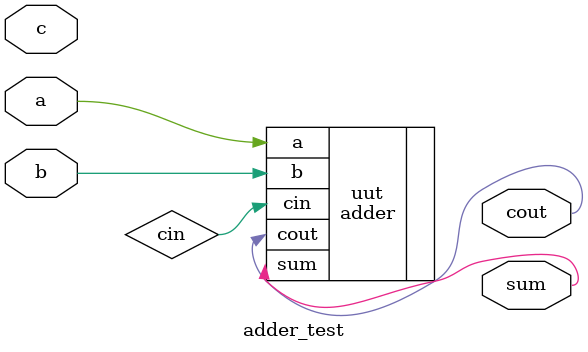
<source format=v>
module adder_test(
	input wire a,
	input wire b,
  input wire c,
	output wire sum,
  output wire cout
);
adder uut(
	.a(a),
	.b(b),
  .cin(cin),
  .sum(sum),
	.cout(cout)
);

initial begin
	$dumpfile("dump.vcd");
	$dumpvars(1,full_adder);
end
endmodule

</source>
